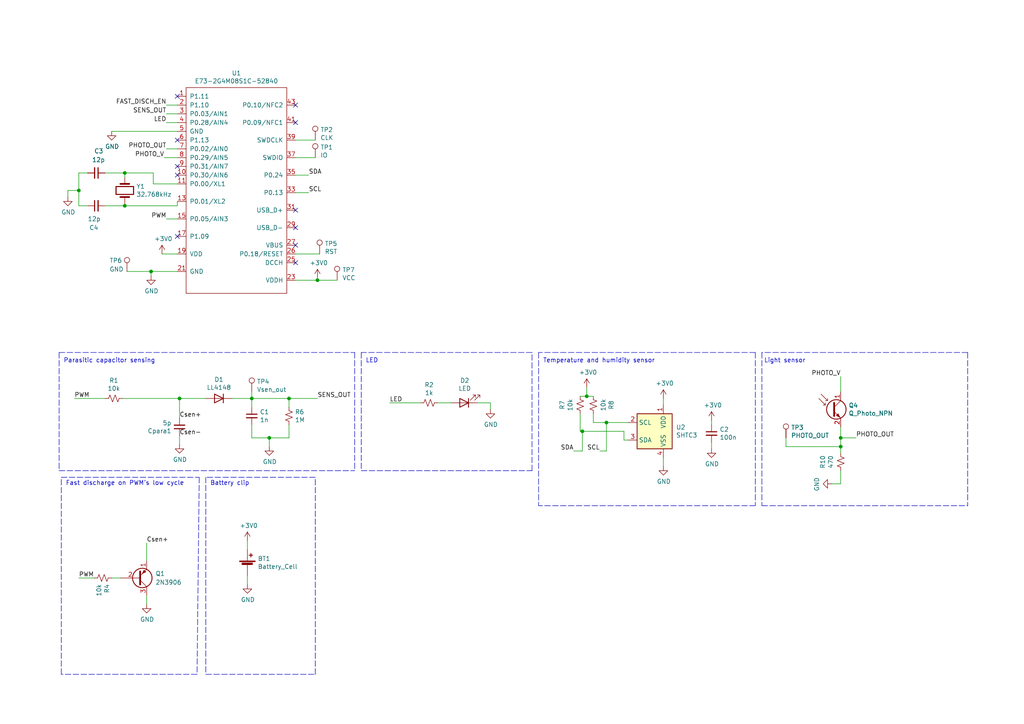
<source format=kicad_sch>
(kicad_sch (version 20211123) (generator eeschema)
  (paper "A4")
  (title_block (title "b-parasite") (date "2021-09-12") (rev "1.2.0") (comment 1 "rbaron.net"))
  (lib_symbols
    (symbol "Connector:TestPoint" (pin_numbers hide) (pin_names (offset 0.762) hide)
      (property "Reference" "TP" (at 0 6.858 0))
      (property "Value" "TestPoint" (at 0 5.08 0))
      (symbol "TestPoint_0_1"
        (circle (center 0 3.302) (radius 0.762))
      )
      (symbol "TestPoint_1_1"
        (pin passive line (at 0 0 90) (length 2.54) (name "1") (number "1"))
      )
    )
    (symbol "Device:Battery_Cell" (pin_numbers hide) (pin_names (offset 0) hide)
      (property "Reference" "BT" (at 2.54 2.54 0))
      (property "Value" "Battery_Cell" (at 2.54 0 0))
      (symbol "Battery_Cell_0_1"
        (rectangle (start -2.286 1.778) (end 2.286 1.524) (fill (type outline)))
        (rectangle (start -1.5748 1.1938) (end 1.4732 0.6858) (fill (type outline)))
        (polyline (pts (xy 0 0.762) (xy 0 0)))
        (polyline (pts (xy 0 1.778) (xy 0 2.54)))
        (polyline (pts (xy 0.508 3.429) (xy 1.524 3.429)) (stroke (width 0.254)))
        (polyline (pts (xy 1.016 3.937) (xy 1.016 2.921)) (stroke (width 0.254)))
      )
      (symbol "Battery_Cell_1_1"
        (pin passive line (at 0 5.08 270) (length 2.54) (name "+") (number "1"))
        (pin passive line (at 0 -2.54 90) (length 2.54) (name "-") (number "2"))
      )
    )
    (symbol "Device:C_Small" (pin_numbers hide) (pin_names (offset 0.254) hide)
      (property "Reference" "C" (at 0.254 1.778 0))
      (property "Value" "C_Small" (at 0.254 -2.032 0))
      (symbol "C_Small_0_1"
        (polyline (pts (xy -1.524 -0.508) (xy 1.524 -0.508)) (stroke (width 0.3302)))
        (polyline (pts (xy -1.524 0.508) (xy 1.524 0.508)) (stroke (width 0.3048)))
      )
      (symbol "C_Small_1_1"
        (pin passive line (at 0 2.54 270) (length 2.032) (name "~") (number "1"))
        (pin passive line (at 0 -2.54 90) (length 2.032) (name "~") (number "2"))
      )
    )
    (symbol "Device:Crystal" (pin_numbers hide) (pin_names (offset 1.016) hide)
      (property "Reference" "Y" (at 0 3.81 0))
      (property "Value" "Crystal" (at 0 -3.81 0))
      (symbol "Crystal_0_1"
        (rectangle (start -1.143 2.54) (end 1.143 -2.54) (stroke (width 0.3048)))
        (polyline (pts (xy -2.54 0) (xy -1.905 0)))
        (polyline (pts (xy -1.905 -1.27) (xy -1.905 1.27)) (stroke (width 0.508)))
        (polyline (pts (xy 1.905 -1.27) (xy 1.905 1.27)) (stroke (width 0.508)))
        (polyline (pts (xy 2.54 0) (xy 1.905 0)))
      )
      (symbol "Crystal_1_1"
        (pin passive line (at -3.81 0 0) (length 1.27) (name "1") (number "1"))
        (pin passive line (at 3.81 0 180) (length 1.27) (name "2") (number "2"))
      )
    )
    (symbol "Device:LED" (pin_numbers hide) (pin_names (offset 1.016) hide)
      (property "Reference" "D" (at 0 2.54 0))
      (property "Value" "LED" (at 0 -2.54 0))
      (symbol "LED_0_1"
        (polyline (pts (xy -1.27 -1.27) (xy -1.27 1.27)) (stroke (width 0.254)))
        (polyline (pts (xy -1.27 0) (xy 1.27 0)))
        (polyline (pts (xy 1.27 -1.27) (xy 1.27 1.27) (xy -1.27 0) (xy 1.27 -1.27)) (stroke (width 0.254)))
        (polyline (pts (xy -3.048 -0.762) (xy -4.572 -2.286) (xy -3.81 -2.286) (xy -4.572 -2.286) (xy -4.572 -1.524)))
        (polyline (pts (xy -1.778 -0.762) (xy -3.302 -2.286) (xy -2.54 -2.286) (xy -3.302 -2.286) (xy -3.302 -1.524)))
      )
      (symbol "LED_1_1"
        (pin passive line (at -3.81 0 0) (length 2.54) (name "K") (number "1"))
        (pin passive line (at 3.81 0 180) (length 2.54) (name "A") (number "2"))
      )
    )
    (symbol "Device:Q_Photo_NPN" (pin_names (offset 0) hide)
      (property "Reference" "Q" (at 5.08 1.27 0))
      (property "Value" "Q_Photo_NPN" (at 5.08 -1.27 0))
      (symbol "Q_Photo_NPN_0_1"
        (polyline (pts (xy -1.905 1.27) (xy -2.54 1.27)))
        (polyline (pts (xy -1.27 2.54) (xy -1.905 2.54)))
        (polyline (pts (xy 0.635 0.635) (xy 2.54 2.54)))
        (polyline (pts (xy -3.81 3.175) (xy -1.905 1.27) (xy -1.905 1.905)))
        (polyline (pts (xy -3.175 4.445) (xy -1.27 2.54) (xy -1.27 3.175)))
        (polyline (pts (xy 0.635 -0.635) (xy 2.54 -2.54) (xy 2.54 -2.54)))
        (polyline (pts (xy 0.635 1.905) (xy 0.635 -1.905) (xy 0.635 -1.905)) (stroke (width 0.508)))
        (polyline (pts (xy 1.27 -1.778) (xy 1.778 -1.27) (xy 2.286 -2.286) (xy 1.27 -1.778) (xy 1.27 -1.778)) (fill (type outline)))
        (circle (center 1.27 0) (radius 2.8194) (stroke (width 0.254)))
      )
      (symbol "Q_Photo_NPN_1_1"
        (pin passive line (at 2.54 5.08 270) (length 2.54) (name "C") (number "1"))
        (pin passive line (at 2.54 -5.08 90) (length 2.54) (name "E") (number "2"))
      )
    )
    (symbol "Device:R_Small_US" (pin_numbers hide) (pin_names (offset 0.254) hide)
      (property "Reference" "R" (at 0.762 0.508 0))
      (property "Value" "R_Small_US" (at 0.762 -1.016 0))
      (symbol "R_Small_US_1_1"
        (polyline (pts (xy 0 0) (xy 1.016 -0.381) (xy 0 -0.762) (xy -1.016 -1.143) (xy 0 -1.524)))
        (polyline (pts (xy 0 1.524) (xy 1.016 1.143) (xy 0 0.762) (xy -1.016 0.381) (xy 0 0)))
        (pin passive line (at 0 2.54 270) (length 1.016) (name "~") (number "1"))
        (pin passive line (at 0 -2.54 90) (length 1.016) (name "~") (number "2"))
      )
    )
    (symbol "Diode:LL4148" (pin_numbers hide) (pin_names (offset 1.016) hide)
      (property "Reference" "D" (at 0 2.54 0))
      (property "Value" "LL4148" (at 0 -2.54 0))
      (symbol "LL4148_0_1"
        (polyline (pts (xy -1.27 1.27) (xy -1.27 -1.27)) (stroke (width 0.254)))
        (polyline (pts (xy 1.27 0) (xy -1.27 0)))
        (polyline (pts (xy 1.27 1.27) (xy 1.27 -1.27) (xy -1.27 0) (xy 1.27 1.27)) (stroke (width 0.254)))
      )
      (symbol "LL4148_1_1"
        (pin passive line (at -3.81 0 0) (length 2.54) (name "K") (number "1"))
        (pin passive line (at 3.81 0 180) (length 2.54) (name "A") (number "2"))
      )
    )
    (symbol "Sensor_Humidity:SHTC3"
      (property "Reference" "U" (at -3.81 6.35 0))
      (property "Value" "SHTC3" (at -2.54 -6.35 0))
      (symbol "SHTC3_1_1"
        (rectangle (start -5.08 5.08) (end 5.08 -5.08) (stroke (width 0.254)) (fill (type background)))
        (pin power_in line (at 2.54 7.62 270) (length 2.54) (name "VDD") (number "1"))
        (pin input line (at -7.62 2.54 0) (length 2.54) (name "SCL") (number "2"))
        (pin bidirectional line (at -7.62 -2.54 0) (length 2.54) (name "SDA") (number "3"))
        (pin power_in line (at 2.54 -7.62 90) (length 2.54) (name "VSS") (number "4"))
        (pin no_connect line (at 5.08 0 180) (length 2.54) hide (name "NC") (number "5"))
      )
    )
    (symbol "Transistor_BJT:2N3906" (pin_names (offset 0) hide)
      (property "Reference" "Q" (at 5.08 1.905 0))
      (property "Value" "2N3906" (at 5.08 0 0))
      (symbol "2N3906_0_1"
        (polyline (pts (xy 0.635 0.635) (xy 2.54 2.54)))
        (polyline (pts (xy 0.635 -0.635) (xy 2.54 -2.54) (xy 2.54 -2.54)))
        (polyline (pts (xy 0.635 1.905) (xy 0.635 -1.905) (xy 0.635 -1.905)) (stroke (width 0.508)))
        (polyline (pts (xy 2.286 -1.778) (xy 1.778 -2.286) (xy 1.27 -1.27) (xy 2.286 -1.778) (xy 2.286 -1.778)) (fill (type outline)))
        (circle (center 1.27 0) (radius 2.8194) (stroke (width 0.254)))
      )
      (symbol "2N3906_1_1"
        (pin passive line (at 2.54 -5.08 90) (length 2.54) (name "E") (number "1"))
        (pin input line (at -5.08 0 0) (length 5.715) (name "B") (number "2"))
        (pin passive line (at 2.54 5.08 270) (length 2.54) (name "C") (number "3"))
      )
    )
    (symbol "nrfmicro:E73-2G4M08S1C-52840" (pin_names (offset 1.016))
      (property "Reference" "U" (at 0 29.21 0))
      (property "Value" "E73-2G4M08S1C-52840" (at 0 -27.94 0))
      (symbol "E73-2G4M08S1C-52840_0_1"
        (rectangle (start -15.24 30.48) (end 13.97 -29.21))
      )
      (symbol "E73-2G4M08S1C-52840_1_1"
        (pin input line (at -17.78 27.94 0) (length 2.54) (name "P1.11") (number "1"))
        (pin input line (at -17.78 5.08 0) (length 2.54) (name "P0.30/AIN6") (number "10"))
        (pin input line (at -17.78 2.54 0) (length 2.54) (name "P0.00/XL1") (number "11"))
        (pin input line (at -17.78 -2.54 0) (length 2.54) (name "P0.01/XL2") (number "13"))
        (pin input line (at -17.78 -7.62 0) (length 2.54) (name "P0.05/AIN3") (number "15"))
        (pin input line (at -17.78 -12.7 0) (length 2.54) (name "P1.09") (number "17"))
        (pin power_in line (at -17.78 -17.78 0) (length 2.54) (name "VDD") (number "19"))
        (pin input line (at -17.78 25.4 0) (length 2.54) (name "P1.10") (number "2"))
        (pin power_in line (at -17.78 -22.86 0) (length 2.54) (name "GND") (number "21"))
        (pin power_in line (at 16.51 -25.4 180) (length 2.54) (name "VDDH") (number "23"))
        (pin power_out line (at 16.51 -20.32 180) (length 2.54) (name "DCCH") (number "25"))
        (pin input line (at 16.51 -17.78 180) (length 2.54) (name "P0.18/RESET") (number "26"))
        (pin power_in line (at 16.51 -15.24 180) (length 2.54) (name "VBUS") (number "27"))
        (pin input line (at 16.51 -10.16 180) (length 2.54) (name "USB_D-") (number "29"))
        (pin input line (at -17.78 22.86 0) (length 2.54) (name "P0.03/AIN1") (number "3"))
        (pin input line (at 16.51 -5.08 180) (length 2.54) (name "USB_D+") (number "31"))
        (pin input line (at 16.51 0 180) (length 2.54) (name "P0.13") (number "33"))
        (pin input line (at 16.51 5.08 180) (length 2.54) (name "P0.24") (number "35"))
        (pin input line (at 16.51 10.16 180) (length 2.54) (name "SWDIO") (number "37"))
        (pin input line (at 16.51 15.24 180) (length 2.54) (name "SWDCLK") (number "39"))
        (pin input line (at -17.78 20.32 0) (length 2.54) (name "P0.28/AIN4") (number "4"))
        (pin input line (at 16.51 20.32 180) (length 2.54) (name "P0.09/NFC1") (number "41"))
        (pin input line (at 16.51 25.4 180) (length 2.54) (name "P0.10/NFC2") (number "43"))
        (pin power_in line (at -17.78 17.78 0) (length 2.54) (name "GND") (number "5"))
        (pin input line (at -17.78 15.24 0) (length 2.54) (name "P1.13") (number "6"))
        (pin input line (at -17.78 12.7 0) (length 2.54) (name "P0.02/AIN0") (number "7"))
        (pin input line (at -17.78 10.16 0) (length 2.54) (name "P0.29/AIN5") (number "8"))
        (pin input line (at -17.78 7.62 0) (length 2.54) (name "P0.31/AIN7") (number "9"))
      )
    )
    (symbol "power:+3V0" (power) (pin_names (offset 0))
      (property "Value" "+3V0" (at 0 3.556 0))
      (symbol "+3V0_0_1"
        (polyline (pts (xy -0.762 1.27) (xy 0 2.54)))
        (polyline (pts (xy 0 0) (xy 0 2.54)))
        (polyline (pts (xy 0 2.54) (xy 0.762 1.27)))
      )
      (symbol "+3V0_1_1"
        (pin power_in line (at 0 0 90) (length 0) hide (name "+3V0") (number "1"))
      )
    )
    (symbol "power:GND" (power) (pin_names (offset 0))
      (property "Value" "GND" (at 0 -3.81 0))
      (symbol "GND_0_1"
        (polyline (pts (xy 0 0) (xy 0 -1.27) (xy 1.27 -1.27) (xy 0 -2.54) (xy -1.27 -1.27) (xy 0 -1.27)))
      )
      (symbol "GND_1_1"
        (pin power_in line (at 0 0 270) (length 0) hide (name "GND") (number "1"))
      )
    )
  )
  (junction (at 83.82 115.57))
  (junction (at 243.84 129.54))
  (junction (at 175.895 122.555))
  (junction (at 73.025 115.57))
  (junction (at 243.84 127))
  (junction (at 52.07 115.57))
  (junction (at 170.18 114.935))
  (junction (at 92.075 81.28))
  (junction (at 43.815 78.74))
  (junction (at 78.105 127))
  (junction (at 22.86 55.245))
  (junction (at 168.91 125.095))
  (junction (at 36.195 50.165))
  (junction (at 36.195 59.69))
  (no_connect (at 51.435 27.94))
  (no_connect (at 85.725 71.12))
  (no_connect (at 85.725 35.56))
  (no_connect (at 85.725 30.48))
  (no_connect (at 51.435 40.64))
  (no_connect (at 51.435 68.58))
  (no_connect (at 85.725 66.04))
  (no_connect (at 51.435 50.8))
  (no_connect (at 85.725 76.2))
  (no_connect (at 51.435 48.26))
  (no_connect (at 85.725 60.96))
  (wire (pts (xy 48.26 63.5) (xy 51.435 63.5)))
  (wire (pts (xy 85.725 40.64) (xy 91.44 40.64)))
  (wire (pts (xy 180.975 127.635) (xy 182.245 127.635)))
  (wire (pts (xy 52.07 115.57) (xy 59.69 115.57)))
  (wire (pts (xy 43.815 78.74) (xy 43.815 80.01)))
  (wire (pts (xy 192.405 115.57) (xy 192.405 117.475)))
  (polyline (pts (xy 280.67 102.235) (xy 220.98 102.235)))
  (wire (pts (xy 25.4 50.165) (xy 22.86 50.165)))
  (polyline (pts (xy 17.145 102.235) (xy 17.145 136.525)))
  (polyline (pts (xy 219.075 146.685) (xy 156.21 146.685)))
  (wire (pts (xy 127 116.84) (xy 130.81 116.84)))
  (wire (pts (xy 138.43 116.84) (xy 142.24 116.84)))
  (wire (pts (xy 172.085 122.555) (xy 172.085 120.015)))
  (wire (pts (xy 85.725 55.88) (xy 89.535 55.88)))
  (wire (pts (xy 175.895 130.81) (xy 175.895 122.555)))
  (polyline (pts (xy 220.98 102.235) (xy 220.98 146.685)))
  (wire (pts (xy 73.025 118.11) (xy 73.025 115.57)))
  (polyline (pts (xy 57.785 138.43) (xy 57.15 195.58)))
  (polyline (pts (xy 280.67 102.235) (xy 280.67 146.685)))
  (wire (pts (xy 168.91 125.095) (xy 168.275 125.095)))
  (wire (pts (xy 67.31 115.57) (xy 73.025 115.57)))
  (wire (pts (xy 113.03 116.84) (xy 121.92 116.84)))
  (wire (pts (xy 48.26 30.48) (xy 51.435 30.48)))
  (polyline (pts (xy 154.305 136.525) (xy 154.305 102.235)))
  (wire (pts (xy 32.385 38.1) (xy 51.435 38.1)))
  (polyline (pts (xy 59.69 138.43) (xy 59.69 195.58)))
  (wire (pts (xy 30.48 59.69) (xy 36.195 59.69)))
  (wire (pts (xy 172.085 122.555) (xy 175.895 122.555)))
  (wire (pts (xy 243.84 127) (xy 243.84 129.54)))
  (wire (pts (xy 27.305 167.64) (xy 22.86 167.64)))
  (wire (pts (xy 85.725 81.28) (xy 92.075 81.28)))
  (wire (pts (xy 71.755 156.845) (xy 71.755 159.385)))
  (wire (pts (xy 248.285 127) (xy 243.84 127)))
  (wire (pts (xy 73.025 115.57) (xy 83.82 115.57)))
  (wire (pts (xy 52.07 115.57) (xy 52.07 121.285)))
  (wire (pts (xy 89.535 50.8) (xy 85.725 50.8)))
  (polyline (pts (xy 219.075 102.235) (xy 219.075 146.685)))
  (wire (pts (xy 48.26 35.56) (xy 51.435 35.56)))
  (polyline (pts (xy 17.78 195.58) (xy 17.78 138.43)))
  (polyline (pts (xy 91.44 138.43) (xy 59.69 138.43)))
  (wire (pts (xy 42.545 157.48) (xy 42.545 162.56)))
  (polyline (pts (xy 156.21 102.235) (xy 156.21 146.685)))
  (wire (pts (xy 170.18 114.935) (xy 172.085 114.935)))
  (wire (pts (xy 22.86 55.245) (xy 19.685 55.245)))
  (polyline (pts (xy 154.305 102.235) (xy 104.775 102.235)))
  (wire (pts (xy 19.685 55.245) (xy 19.685 57.15)))
  (wire (pts (xy 30.48 50.165) (xy 36.195 50.165)))
  (wire (pts (xy 85.725 45.72) (xy 91.44 45.72)))
  (wire (pts (xy 22.86 50.165) (xy 22.86 55.245)))
  (polyline (pts (xy 91.44 195.58) (xy 91.44 138.43)))
  (wire (pts (xy 243.84 136.525) (xy 243.84 140.335)))
  (wire (pts (xy 168.91 130.81) (xy 168.91 125.095)))
  (wire (pts (xy 83.82 115.57) (xy 83.82 118.11)))
  (wire (pts (xy 83.82 115.57) (xy 92.075 115.57)))
  (polyline (pts (xy 104.775 102.235) (xy 104.775 136.525)))
  (wire (pts (xy 243.84 129.54) (xy 243.84 131.445)))
  (polyline (pts (xy 17.78 138.43) (xy 57.785 138.43)))
  (wire (pts (xy 243.84 109.22) (xy 243.84 113.665)))
  (wire (pts (xy 36.195 59.055) (xy 36.195 59.69)))
  (wire (pts (xy 44.45 53.34) (xy 44.45 50.165)))
  (wire (pts (xy 42.545 172.72) (xy 42.545 175.26)))
  (wire (pts (xy 227.965 129.54) (xy 227.965 127)))
  (wire (pts (xy 22.86 55.245) (xy 22.86 59.69)))
  (wire (pts (xy 227.965 129.54) (xy 243.84 129.54)))
  (wire (pts (xy 170.18 114.935) (xy 170.18 112.395)))
  (wire (pts (xy 243.84 123.825) (xy 243.84 127)))
  (wire (pts (xy 35.56 115.57) (xy 52.07 115.57)))
  (wire (pts (xy 47.625 45.72) (xy 51.435 45.72)))
  (wire (pts (xy 180.975 125.095) (xy 168.91 125.095)))
  (wire (pts (xy 22.86 59.69) (xy 25.4 59.69)))
  (polyline (pts (xy 102.87 102.235) (xy 102.87 136.525)))
  (polyline (pts (xy 104.775 136.525) (xy 154.305 136.525)))
  (polyline (pts (xy 57.15 195.58) (xy 17.78 195.58)))
  (wire (pts (xy 36.195 59.69) (xy 51.435 59.69)))
  (wire (pts (xy 78.105 127) (xy 78.105 129.54)))
  (wire (pts (xy 51.435 43.18) (xy 48.26 43.18)))
  (wire (pts (xy 92.075 81.28) (xy 97.79 81.28)))
  (polyline (pts (xy 219.075 102.235) (xy 156.21 102.235)))
  (wire (pts (xy 142.24 116.84) (xy 142.24 118.745)))
  (wire (pts (xy 48.26 33.02) (xy 51.435 33.02)))
  (wire (pts (xy 51.435 78.74) (xy 43.815 78.74)))
  (wire (pts (xy 73.025 123.19) (xy 73.025 127)))
  (wire (pts (xy 180.975 125.095) (xy 180.975 127.635)))
  (wire (pts (xy 36.83 78.74) (xy 43.815 78.74)))
  (polyline (pts (xy 59.69 195.58) (xy 91.44 195.58)))
  (wire (pts (xy 32.385 167.64) (xy 34.925 167.64)))
  (polyline (pts (xy 17.145 102.235) (xy 102.87 102.235)))
  (wire (pts (xy 78.105 127) (xy 73.025 127)))
  (wire (pts (xy 175.895 122.555) (xy 182.245 122.555)))
  (polyline (pts (xy 17.145 136.525) (xy 102.87 136.525)))
  (wire (pts (xy 73.025 113.665) (xy 73.025 115.57)))
  (wire (pts (xy 52.07 126.365) (xy 52.07 128.905)))
  (wire (pts (xy 206.375 128.27) (xy 206.375 130.175)))
  (wire (pts (xy 241.3 140.335) (xy 243.84 140.335)))
  (wire (pts (xy 51.435 53.34) (xy 44.45 53.34)))
  (polyline (pts (xy 220.98 146.685) (xy 280.67 146.685)))
  (wire (pts (xy 83.82 127) (xy 78.105 127)))
  (wire (pts (xy 92.075 80.645) (xy 92.075 81.28)))
  (wire (pts (xy 71.755 167.005) (xy 71.755 169.545)))
  (wire (pts (xy 168.275 114.935) (xy 170.18 114.935)))
  (wire (pts (xy 44.45 50.165) (xy 36.195 50.165)))
  (wire (pts (xy 21.59 115.57) (xy 30.48 115.57)))
  (wire (pts (xy 206.375 123.19) (xy 206.375 121.92)))
  (wire (pts (xy 168.275 125.095) (xy 168.275 120.015)))
  (wire (pts (xy 83.82 127) (xy 83.82 123.19)))
  (wire (pts (xy 36.195 50.165) (xy 36.195 51.435)))
  (wire (pts (xy 173.99 130.81) (xy 175.895 130.81)))
  (wire (pts (xy 168.91 130.81) (xy 166.37 130.81)))
  (wire (pts (xy 85.725 73.66) (xy 92.71 73.66)))
  (wire (pts (xy 51.435 59.69) (xy 51.435 58.42)))
  (wire (pts (xy 46.99 73.66) (xy 51.435 73.66)))
  (wire (pts (xy 192.405 132.715) (xy 192.405 135.255)))
  (text "Fast discharge on PWM’s low cycle" (at 19.05 140.97 0) (effects (font (size 1.27 1.27)) (justify left bottom)))
  (text "Temperature and humidity sensor" (at 157.48 105.41 0) (effects (font (size 1.27 1.27)) (justify left bottom)))
  (text "LED" (at 106.045 105.41 0) (effects (font (size 1.27 1.27)) (justify left bottom)))
  (text "Parasitic capacitor sensing" (at 18.415 105.41 0) (effects (font (size 1.27 1.27)) (justify left bottom)))
  (text "Light sensor" (at 221.615 105.41 0) (effects (font (size 1.27 1.27)) (justify left bottom)))
  (text "Battery clip" (at 60.96 140.97 0) (effects (font (size 1.27 1.27)) (justify left bottom)))
  (label "SCL" (at 89.535 55.88 0))
  (label "PWM" (at 21.59 115.57 0))
  (label "LED" (at 48.26 35.56 180))
  (label "PWM" (at 22.86 167.64 0))
  (label "SCL" (at 173.99 130.81 180))
  (label "PHOTO_V" (at 47.625 45.72 180))
  (label "PHOTO_OUT" (at 48.26 43.18 180))
  (label "Csen+" (at 52.07 121.285 0))
  (label "SDA" (at 89.535 50.8 0))
  (label "FAST_DISCH_EN" (at 48.26 30.48 180))
  (label "Csen-" (at 52.07 126.365 0))
  (label "PWM" (at 48.26 63.5 180))
  (label "SENS_OUT" (at 92.075 115.57 0))
  (label "PHOTO_V" (at 243.84 109.22 180))
  (label "PHOTO_OUT" (at 248.285 127 0))
  (label "SDA" (at 166.37 130.81 180))
  (label "LED" (at 113.03 116.84 0))
  (label "Csen+" (at 42.545 157.48 0))
  (label "SENS_OUT" (at 48.26 33.02 180))
  (symbol (lib_id "Device:R_Small_US") (at 33.02 115.57 90) (unit 1)
    (property "Reference" "R1" (at 33.02 110.363 90))
    (property "Value" "10k" (at 33.02 112.6744 90))
    (property "Footprint" "Resistor_SMD:R_0402_1005Metric" (effects hide))
    (property "LCSC" "C25744" (effects hide))
  )
  (symbol (lib_id "power:GND") (at 52.07 128.905 0) (unit 1)
    (property "Reference" "#PWR0110" (effects hide))
    (property "Value" "GND" (at 52.197 133.2992 0))
  )
  (symbol (lib_id "Diode:LL4148") (at 63.5 115.57 180) (unit 1)
    (property "Reference" "D1" (at 63.5 110.0836 0))
    (property "Value" "LL4148" (at 63.5 112.395 0))
    (property "Footprint" "Diode_SMD:D_MiniMELF" (effects hide))
    (property "Datasheet" "http://www.vishay.com/docs/85557/ll4148.pdf" (effects hide))
    (property "LCSC" "C9808" (effects hide))
  )
  (symbol (lib_id "Device:C_Small") (at 73.025 120.65 0) (unit 1)
    (property "Reference" "C1" (at 75.3618 119.4816 0) (effects (justify left)))
    (property "Value" "1n" (at 75.3618 121.793 0) (effects (justify left)))
    (property "Footprint" "Capacitor_SMD:C_0402_1005Metric" (effects hide))
    (property "LCSC" "C1523" (effects hide))
  )
  (symbol (lib_id "Device:R_Small_US") (at 83.82 120.65 0) (unit 1)
    (property "Reference" "R6" (at 85.5472 119.4816 0) (effects (justify left)))
    (property "Value" "1M" (at 85.5472 121.793 0) (effects (justify left)))
    (property "Footprint" "Resistor_SMD:R_0402_1005Metric" (effects hide))
    (property "LCSC" "C26083" (effects hide))
  )
  (symbol (lib_id "power:GND") (at 78.105 129.54 0) (unit 1)
    (property "Reference" "#PWR0111" (effects hide))
    (property "Value" "GND" (at 78.232 133.9342 0))
  )
  (symbol (lib_id "Device:R_Small_US") (at 29.845 167.64 270) (unit 1)
    (property "Reference" "R4" (at 31.0134 169.3672 0) (effects (justify left)))
    (property "Value" "10k" (at 28.702 169.3672 0) (effects (justify left)))
    (property "Footprint" "Resistor_SMD:R_0402_1005Metric" (effects hide))
    (property "LCSC" "C25744" (effects hide))
  )
  (symbol (lib_id "power:GND") (at 42.545 175.26 0) (unit 1)
    (property "Reference" "#PWR0114" (effects hide))
    (property "Value" "GND" (at 42.672 179.6542 0))
  )
  (symbol (lib_id "Connector:TestPoint") (at 73.025 113.665 0) (unit 1)
    (property "Reference" "TP4" (at 74.4982 110.6678 0) (effects (justify left)))
    (property "Value" "Vsen_out" (at 74.4982 112.9792 0) (effects (justify left)))
    (property "Footprint" "TestPoint:TestPoint_Pad_D1.0mm" (effects hide))
  )
  (symbol (lib_id "Device:C_Small") (at 52.07 123.825 180) (unit 1)
    (property "Reference" "Cpara1" (at 49.7332 124.9934 0) (effects (justify left)))
    (property "Value" "5p" (at 49.7332 122.682 0) (effects (justify left)))
    (property "Footprint" "Capacitor_SMD:C_0805_2012Metric" (effects hide))
  )
  (symbol (lib_id "power:+3V0") (at 206.375 121.92 0) (unit 1)
    (property "Reference" "#PWR0106" (effects hide))
    (property "Value" "+3V0" (at 206.756 117.5258 0))
  )
  (symbol (lib_id "power:GND") (at 192.405 135.255 0) (unit 1)
    (property "Reference" "#PWR0107" (effects hide))
    (property "Value" "GND" (at 192.532 139.6492 0))
  )
  (symbol (lib_id "Connector:TestPoint") (at 91.44 40.64 0) (unit 1)
    (property "Reference" "TP2" (at 92.9132 37.6428 0) (effects (justify left)))
    (property "Value" "CLK" (at 92.9132 39.9542 0) (effects (justify left)))
    (property "Footprint" "TestPoint:TestPoint_Pad_D1.0mm" (effects hide))
  )
  (symbol (lib_id "Connector:TestPoint") (at 91.44 45.72 0) (unit 1)
    (property "Reference" "TP1" (at 92.9132 42.7228 0) (effects (justify left)))
    (property "Value" "IO" (at 92.9132 45.0342 0) (effects (justify left)))
    (property "Footprint" "TestPoint:TestPoint_Pad_D1.0mm" (effects hide))
  )
  (symbol (lib_id "power:GND") (at 43.815 80.01 0) (unit 1)
    (property "Reference" "#PWR0101" (effects hide))
    (property "Value" "GND" (at 43.942 84.4042 0))
  )
  (symbol (lib_id "Device:C_Small") (at 206.375 125.73 0) (unit 1)
    (property "Reference" "C2" (at 208.7118 124.5616 0) (effects (justify left)))
    (property "Value" "100n" (at 208.7118 126.873 0) (effects (justify left)))
    (property "Footprint" "Capacitor_SMD:C_0402_1005Metric" (effects hide))
    (property "LCSC" "C1525" (effects hide))
  )
  (symbol (lib_id "power:GND") (at 206.375 130.175 0) (unit 1)
    (property "Reference" "#PWR0109" (effects hide))
    (property "Value" "GND" (at 206.502 134.5692 0))
  )
  (symbol (lib_id "Device:R_Small_US") (at 172.085 117.475 0) (unit 1)
    (property "Reference" "R8" (at 177.292 117.475 90))
    (property "Value" "10k" (at 174.9806 117.475 90))
    (property "Footprint" "Resistor_SMD:R_0402_1005Metric" (effects hide))
    (property "LCSC" "C25744" (effects hide))
  )
  (symbol (lib_id "Device:R_Small_US") (at 168.275 117.475 180) (unit 1)
    (property "Reference" "R7" (at 163.068 117.475 90))
    (property "Value" "10k" (at 165.3794 117.475 90))
    (property "Footprint" "Resistor_SMD:R_0402_1005Metric" (effects hide))
    (property "LCSC" "C25744" (effects hide))
  )
  (symbol (lib_id "power:+3V0") (at 46.99 73.66 0) (unit 1)
    (property "Reference" "#PWR0102" (effects hide))
    (property "Value" "+3V0" (at 47.371 69.2658 0))
  )
  (symbol (lib_id "power:+3V0") (at 170.18 112.395 0) (unit 1)
    (property "Reference" "#PWR0112" (effects hide))
    (property "Value" "+3V0" (at 170.561 108.0008 0))
  )
  (symbol (lib_id "Connector:TestPoint") (at 97.79 81.28 0) (unit 1)
    (property "Reference" "TP7" (at 99.2632 78.2828 0) (effects (justify left)))
    (property "Value" "VCC" (at 99.2632 80.5942 0) (effects (justify left)))
    (property "Footprint" "TestPoint:TestPoint_Pad_D1.0mm" (effects hide))
  )
  (symbol (lib_id "Connector:TestPoint") (at 36.83 78.74 0) (unit 1)
    (property "Reference" "TP6" (at 31.75 75.565 0) (effects (justify left)))
    (property "Value" "GND" (at 31.75 78.105 0) (effects (justify left)))
    (property "Footprint" "TestPoint:TestPoint_Pad_D1.0mm" (effects hide))
  )
  (symbol (lib_id "Device:R_Small_US") (at 124.46 116.84 90) (unit 1)
    (property "Reference" "R2" (at 124.46 111.633 90))
    (property "Value" "1k" (at 124.46 113.9444 90))
    (property "Footprint" "Resistor_SMD:R_0402_1005Metric" (effects hide))
    (property "LCSC" "C11702" (effects hide))
  )
  (symbol (lib_id "Device:LED") (at 134.62 116.84 180) (unit 1)
    (property "Reference" "D2" (at 134.7978 110.363 0))
    (property "Value" "LED" (at 134.7978 112.6744 0))
    (property "Footprint" "LED_SMD:LED_0603_1608Metric" (effects hide))
    (property "LCSC" "C2286" (effects hide))
  )
  (symbol (lib_id "power:GND") (at 142.24 118.745 0) (unit 1)
    (property "Reference" "#PWR0103" (effects hide))
    (property "Value" "GND" (at 142.367 123.1392 0))
  )
  (symbol (lib_id "Device:Battery_Cell") (at 71.755 164.465 0) (unit 1)
    (property "Reference" "BT1" (at 74.7522 162.0266 0) (effects (justify left)))
    (property "Value" "Battery_Cell" (at 74.7522 164.338 0) (effects (justify left)))
    (property "Footprint" "kicad:BatteryHolder_Keystone_3002_1x2032" (effects hide))
  )
  (symbol (lib_id "power:GND") (at 71.755 169.545 0) (unit 1)
    (property "Reference" "#PWR0104" (effects hide))
    (property "Value" "GND" (at 71.882 173.9392 0))
  )
  (symbol (lib_id "power:+3V0") (at 71.755 156.845 0) (unit 1)
    (property "Reference" "#PWR0105" (effects hide))
    (property "Value" "+3V0" (at 72.136 152.4508 0))
  )
  (symbol (lib_id "Connector:TestPoint") (at 92.71 73.66 0) (unit 1)
    (property "Reference" "TP5" (at 94.1832 70.6628 0) (effects (justify left)))
    (property "Value" "RST" (at 94.1832 72.9742 0) (effects (justify left)))
    (property "Footprint" "TestPoint:TestPoint_Pad_D1.0mm" (effects hide))
  )
  (symbol (lib_id "nrfmicro:E73-2G4M08S1C-52840") (at 69.215 55.88 0) (unit 1)
    (property "Reference" "U1" (at 68.58 21.209 0))
    (property "Value" "E73-2G4M08S1C-52840" (at 68.58 23.5204 0))
    (property "Footprint" "nrfmicro:E73-2G4M08S1C-52840" (effects hide))
    (property "LCSC" "C356849" (effects hide))
  )
  (symbol (lib_id "Device:Crystal") (at 36.195 55.245 270) (unit 1)
    (property "Reference" "Y1" (at 39.5224 54.0766 90) (effects (justify left)))
    (property "Value" "32.768kHz" (at 39.5224 56.388 90) (effects (justify left)))
    (property "Footprint" "Crystal:Crystal_SMD_3215-2Pin_3.2x1.5mm" (effects hide))
    (property "LCSC" "C32346" (effects hide))
  )
  (symbol (lib_id "Device:C_Small") (at 27.94 50.165 270) (unit 1)
    (property "Reference" "C3" (at 27.305 43.815 90) (effects (justify left)))
    (property "Value" "12p" (at 26.67 46.355 90) (effects (justify left)))
    (property "Footprint" "Capacitor_SMD:C_0402_1005Metric" (effects hide))
    (property "LCSC" "C1547" (effects hide))
  )
  (symbol (lib_id "Device:C_Small") (at 27.94 59.69 90) (unit 1)
    (property "Reference" "C4" (at 28.575 66.04 90) (effects (justify left)))
    (property "Value" "12p" (at 29.21 63.5 90) (effects (justify left)))
    (property "Footprint" "Capacitor_SMD:C_0402_1005Metric" (effects hide))
    (property "LCSC" "C1547" (effects hide))
  )
  (symbol (lib_id "power:GND") (at 19.685 57.15 0) (unit 1)
    (property "Reference" "#PWR0108" (effects hide))
    (property "Value" "GND" (at 19.812 61.5442 0))
  )
  (symbol (lib_id "power:+3V0") (at 92.075 80.645 0) (unit 1)
    (property "Reference" "#PWR0113" (effects hide))
    (property "Value" "+3V0" (at 92.456 76.2508 0))
  )
  (symbol (lib_id "power:GND") (at 32.385 38.1 0) (unit 1)
    (property "Reference" "#PWR0115" (effects hide))
    (property "Value" "GND" (at 32.512 42.4942 0))
  )
  (symbol (lib_id "Sensor_Humidity:SHTC3") (at 189.865 125.095 0) (unit 1)
    (property "Reference" "U2" (at 196.0626 123.9266 0) (effects (justify left)))
    (property "Value" "SHTC3" (at 196.0626 126.238 0) (effects (justify left)))
    (property "Footprint" "kicad:Sensirion_DFN-4-1EP_2x2mm_P1mm_EP0.7x1.6mm" (effects hide))
    (property "Datasheet" "https://www.sensirion.com/fileadmin/user_upload/customers/sensirion/Dokumente/0_Datasheets/Humidity/Sensirion_Humidity_Sensors_SHTC3_Datasheet.pdf" (effects hide))
    (property "LCSC" "C194656" (effects hide))
  )
  (symbol (lib_id "power:+3V0") (at 192.405 115.57 0) (unit 1)
    (property "Reference" "#PWR0117" (effects hide))
    (property "Value" "+3V0" (at 192.786 111.1758 0))
  )
  (symbol (lib_id "Device:R_Small_US") (at 243.84 133.985 180) (unit 1)
    (property "Reference" "R10" (at 238.633 133.985 90))
    (property "Value" "470" (at 240.9444 133.985 90))
    (property "Footprint" "Resistor_SMD:R_0402_1005Metric" (effects hide))
    (property "LCSC" "C25117" (effects hide))
  )
  (symbol (lib_id "power:GND") (at 241.3 140.335 270) (unit 1)
    (property "Reference" "#PWR0119" (effects hide))
    (property "Value" "GND" (at 236.9058 140.462 0))
  )
  (symbol (lib_id "Device:Q_Photo_NPN") (at 241.3 118.745 0) (unit 1)
    (property "Reference" "Q4" (at 246.126 117.5766 0) (effects (justify left)))
    (property "Value" "Q_Photo_NPN" (at 246.126 119.888 0) (effects (justify left)))
    (property "Footprint" "snapeda:TR8" (effects hide))
    (property "Datasheet" "https://datasheet.lcsc.com/lcsc/1806131537_Everlight-Elec-ALS-PT19-315C-L177-TR8_C146233.pdf" (effects hide))
    (property "LCSC" "C146233" (effects hide))
  )
  (symbol (lib_id "Connector:TestPoint") (at 227.965 127 0) (unit 1)
    (property "Reference" "TP3" (at 229.4382 124.0028 0) (effects (justify left)))
    (property "Value" "PHOTO_OUT" (at 229.4382 126.3142 0) (effects (justify left)))
    (property "Footprint" "TestPoint:TestPoint_Pad_D1.0mm" (effects hide))
  )
  (symbol (lib_id "Transistor_BJT:2N3906") (at 40.005 167.64 0) (mirror x) (unit 1)
    (property "Reference" "Q1" (at 45.085 166.3699 0) (effects (justify left)))
    (property "Value" "2N3906" (at 45.085 168.9099 0) (effects (justify left)))
    (property "Footprint" "Package_TO_SOT_THT:TO-92_Inline" (effects hide))
    (property "Datasheet" "https://www.onsemi.com/pub/Collateral/2N3906-D.PDF" (effects hide))
    (property "LCSC" "C2910191" (effects hide))
  )
)
</source>
